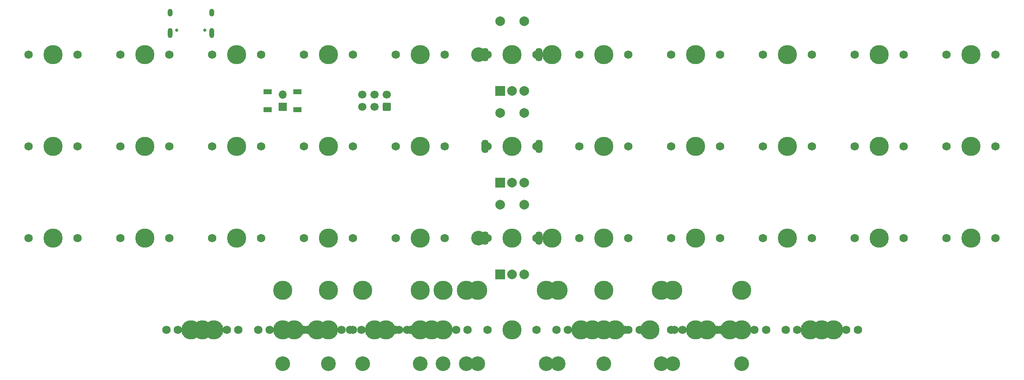
<source format=gts>
%TF.GenerationSoftware,KiCad,Pcbnew,(6.0.5)*%
%TF.CreationDate,2022-06-12T21:41:47-04:00*%
%TF.ProjectId,vault35_ortho-rounded,7661756c-7433-4355-9f6f-7274686f2d72,rev?*%
%TF.SameCoordinates,Original*%
%TF.FileFunction,Soldermask,Top*%
%TF.FilePolarity,Negative*%
%FSLAX46Y46*%
G04 Gerber Fmt 4.6, Leading zero omitted, Abs format (unit mm)*
G04 Created by KiCad (PCBNEW (6.0.5)) date 2022-06-12 21:41:47*
%MOMM*%
%LPD*%
G01*
G04 APERTURE LIST*
G04 Aperture macros list*
%AMRoundRect*
0 Rectangle with rounded corners*
0 $1 Rounding radius*
0 $2 $3 $4 $5 $6 $7 $8 $9 X,Y pos of 4 corners*
0 Add a 4 corners polygon primitive as box body*
4,1,4,$2,$3,$4,$5,$6,$7,$8,$9,$2,$3,0*
0 Add four circle primitives for the rounded corners*
1,1,$1+$1,$2,$3*
1,1,$1+$1,$4,$5*
1,1,$1+$1,$6,$7*
1,1,$1+$1,$8,$9*
0 Add four rect primitives between the rounded corners*
20,1,$1+$1,$2,$3,$4,$5,0*
20,1,$1+$1,$4,$5,$6,$7,0*
20,1,$1+$1,$6,$7,$8,$9,0*
20,1,$1+$1,$8,$9,$2,$3,0*%
G04 Aperture macros list end*
%ADD10C,1.750000*%
%ADD11C,3.987800*%
%ADD12R,1.700000X1.700000*%
%ADD13O,1.700000X1.700000*%
%ADD14C,3.048000*%
%ADD15O,1.500000X2.800000*%
%ADD16R,2.000000X2.000000*%
%ADD17C,2.000000*%
%ADD18R,1.800000X1.100000*%
%ADD19C,0.650000*%
%ADD20O,1.000000X1.600000*%
%ADD21O,1.000000X2.100000*%
%ADD22RoundRect,0.250000X0.600000X-0.600000X0.600000X0.600000X-0.600000X0.600000X-0.600000X-0.600000X0*%
%ADD23C,1.700000*%
G04 APERTURE END LIST*
D10*
%TO.C,K_SPACE4*%
X124142500Y-65881250D03*
X113982500Y-65881250D03*
D11*
X119062500Y-65881250D03*
%TD*%
D10*
%TO.C,K_SPACE17*%
X152082500Y-84931250D03*
X162242500Y-84931250D03*
D11*
X157162500Y-84931250D03*
%TD*%
D10*
%TO.C,K_SPACE30*%
X200342500Y-103981250D03*
X190182500Y-103981250D03*
D11*
X195262500Y-103981250D03*
%TD*%
D12*
%TO.C,SW5*%
X109537501Y-76676250D03*
D13*
X109537501Y-74136250D03*
%TD*%
D10*
%TO.C,K_SPACE54*%
X121761250Y-123031250D03*
D11*
X116681250Y-123031250D03*
D10*
X111601250Y-123031250D03*
%TD*%
D11*
%TO.C,K_SPACE41*%
X90487500Y-123031250D03*
D10*
X95567500Y-123031250D03*
X85407500Y-123031250D03*
%TD*%
%TO.C,K_SPACE51*%
X178911250Y-123031250D03*
X168751250Y-123031250D03*
D11*
X173831250Y-123031250D03*
%TD*%
%TO.C,K_SPACE43*%
X138112500Y-123031250D03*
D14*
X126206250Y-130016250D03*
D10*
X143192500Y-123031250D03*
D11*
X150018750Y-114776250D03*
D14*
X150018750Y-130016250D03*
D11*
X126206250Y-114776250D03*
D10*
X133032500Y-123031250D03*
%TD*%
%TO.C,K_SPACE45*%
X199707500Y-123031250D03*
X209867500Y-123031250D03*
D11*
X204787500Y-123031250D03*
%TD*%
D10*
%TO.C,K_SPACE9*%
X219392500Y-65881250D03*
X209232500Y-65881250D03*
D11*
X214312500Y-65881250D03*
%TD*%
D10*
%TO.C,K_SPACE21*%
X238442500Y-84931250D03*
D11*
X233362500Y-84931250D03*
D10*
X228282500Y-84931250D03*
%TD*%
%TO.C,K_SPACE33*%
X247332500Y-103981250D03*
X257492500Y-103981250D03*
D11*
X252412500Y-103981250D03*
%TD*%
%TO.C,K_SPACE29*%
X176212500Y-103981250D03*
D10*
X171132500Y-103981250D03*
X181292500Y-103981250D03*
%TD*%
%TO.C,K_SPACE37*%
X162242500Y-123031250D03*
D11*
X157162500Y-123031250D03*
D10*
X152082500Y-123031250D03*
%TD*%
%TO.C,K_SPACE15*%
X124142500Y-84931250D03*
D11*
X119062500Y-84931250D03*
D10*
X113982500Y-84931250D03*
%TD*%
D11*
%TO.C,REF\u002A\u002A*%
X165417500Y-103981250D03*
X165417500Y-65881250D03*
D14*
X150177500Y-103981250D03*
X150177500Y-65881250D03*
%TD*%
D10*
%TO.C,K_SPACE28*%
X162242500Y-103981250D03*
X152082500Y-103981250D03*
D11*
X157162500Y-103981250D03*
%TD*%
D10*
%TO.C,K_SPACE50*%
X145573750Y-123031250D03*
D11*
X140493750Y-123031250D03*
D10*
X135413750Y-123031250D03*
%TD*%
%TO.C,K_SPACE55*%
X192563750Y-123031250D03*
D11*
X197643750Y-123031250D03*
D10*
X202723750Y-123031250D03*
%TD*%
%TO.C,K_SPACE39*%
X200342500Y-123031250D03*
D11*
X195262500Y-123031250D03*
D10*
X190182500Y-123031250D03*
%TD*%
%TO.C,K_SPACE10*%
X238442500Y-65881250D03*
X228282500Y-65881250D03*
D11*
X233362500Y-65881250D03*
%TD*%
%TO.C,K_SPACE60*%
X142875000Y-123031250D03*
D10*
X137795000Y-123031250D03*
X147955000Y-123031250D03*
%TD*%
D11*
%TO.C,K_SPACE2*%
X80962500Y-65881250D03*
D10*
X86042500Y-65881250D03*
X75882500Y-65881250D03*
%TD*%
%TO.C,K_SPACE53*%
X87788750Y-123031250D03*
D11*
X92868750Y-123031250D03*
D10*
X97948750Y-123031250D03*
%TD*%
%TO.C,K_SPACE14*%
X105092500Y-84931250D03*
X94932500Y-84931250D03*
D11*
X100012500Y-84931250D03*
%TD*%
%TO.C,K_SPACE32*%
X233362500Y-103981250D03*
D10*
X228282500Y-103981250D03*
X238442500Y-103981250D03*
%TD*%
%TO.C,K_SPACE47*%
X125888750Y-123031250D03*
D11*
X142875000Y-114776250D03*
D10*
X136048750Y-123031250D03*
D14*
X119062500Y-130016250D03*
D11*
X119062500Y-114776250D03*
X130968750Y-123031250D03*
D14*
X142875000Y-130016250D03*
%TD*%
%TO.C,K_SPACE59*%
X176212500Y-130016250D03*
D11*
X138112500Y-114776250D03*
D10*
X162242500Y-123031250D03*
D11*
X157162500Y-123031250D03*
X176212500Y-114776250D03*
D14*
X138112500Y-130016250D03*
D10*
X152082500Y-123031250D03*
%TD*%
D15*
%TO.C,SW2*%
X151562500Y-65837186D03*
X162762500Y-65874486D03*
D16*
X154662500Y-73374486D03*
D17*
X159662500Y-73374486D03*
X157162500Y-73374486D03*
X159662500Y-58874486D03*
X154662500Y-58874486D03*
%TD*%
D15*
%TO.C,SW3*%
X162762500Y-84928031D03*
X151562500Y-84890731D03*
D16*
X154662500Y-92428031D03*
D17*
X159662500Y-92428031D03*
X157162500Y-92428031D03*
X159662500Y-77928031D03*
X154662500Y-77928031D03*
%TD*%
D18*
%TO.C,SW6*%
X106437501Y-77256249D03*
X112637501Y-77256249D03*
X106437501Y-73556249D03*
X112637501Y-73556249D03*
%TD*%
D10*
%TO.C,K_SPACE26*%
X124142500Y-103981250D03*
X113982500Y-103981250D03*
D11*
X119062500Y-103981250D03*
%TD*%
%TO.C,K_SPACE36*%
X138112500Y-123031250D03*
D10*
X143192500Y-123031250D03*
X133032500Y-123031250D03*
%TD*%
D14*
%TO.C,K_SPACE58*%
X166687500Y-130016250D03*
D11*
X204787500Y-114776250D03*
D10*
X190817500Y-123031250D03*
D14*
X204787500Y-130016250D03*
D11*
X166687500Y-114776250D03*
D10*
X180657500Y-123031250D03*
D11*
X185737500Y-123031250D03*
%TD*%
D15*
%TO.C,SW4*%
X162762500Y-103977198D03*
X151562500Y-103939898D03*
D16*
X154662500Y-111477198D03*
D17*
X159662500Y-111477198D03*
X157162500Y-111477198D03*
X159662500Y-96977198D03*
X154662500Y-96977198D03*
%TD*%
D10*
%TO.C,K_SPACE34*%
X90170000Y-123031250D03*
D11*
X95250000Y-123031250D03*
D10*
X100330000Y-123031250D03*
%TD*%
%TO.C,K_SPACE25*%
X94932500Y-103981250D03*
X105092500Y-103981250D03*
D11*
X100012500Y-103981250D03*
%TD*%
D10*
%TO.C,K_SPACE38*%
X181292500Y-123031250D03*
D11*
X176212500Y-123031250D03*
D10*
X171132500Y-123031250D03*
%TD*%
%TO.C,K_SPACE52*%
X197326250Y-123031250D03*
X207486250Y-123031250D03*
D11*
X202406250Y-123031250D03*
%TD*%
D10*
%TO.C,K_SPACE8*%
X190182500Y-65881250D03*
D11*
X195262500Y-65881250D03*
D10*
X200342500Y-65881250D03*
%TD*%
D11*
%TO.C,K_SPACE57*%
X109537500Y-114776250D03*
D10*
X133667500Y-123031250D03*
D14*
X147637500Y-130016250D03*
D11*
X147637500Y-114776250D03*
D10*
X123507500Y-123031250D03*
D11*
X128587500Y-123031250D03*
D14*
X109537500Y-130016250D03*
%TD*%
D10*
%TO.C,K_SPACE44*%
X181292500Y-123031250D03*
X171132500Y-123031250D03*
D11*
X188118750Y-114776250D03*
X164306250Y-114776250D03*
D14*
X188118750Y-130016250D03*
D11*
X176212500Y-123031250D03*
D14*
X164306250Y-130016250D03*
%TD*%
D10*
%TO.C,K_SPACE35*%
X113982500Y-123031250D03*
X124142500Y-123031250D03*
D11*
X119062500Y-123031250D03*
%TD*%
D10*
%TO.C,K_SPACE20*%
X209232500Y-84931250D03*
X219392500Y-84931250D03*
D11*
X214312500Y-84931250D03*
%TD*%
D10*
%TO.C,K_SPACE46*%
X228917500Y-123031250D03*
D11*
X223837500Y-123031250D03*
D10*
X218757500Y-123031250D03*
%TD*%
D11*
%TO.C,K_SPACE11*%
X252412500Y-65881250D03*
D10*
X257492500Y-65881250D03*
X247332500Y-65881250D03*
%TD*%
%TO.C,K_SPACE56*%
X216376250Y-123031250D03*
X226536250Y-123031250D03*
D11*
X221456250Y-123031250D03*
%TD*%
%TO.C,K_SPACE19*%
X195262500Y-84931250D03*
D10*
X190182500Y-84931250D03*
X200342500Y-84931250D03*
%TD*%
%TO.C,K_SPACE23*%
X56832500Y-103981250D03*
X66992500Y-103981250D03*
D11*
X61912500Y-103981250D03*
%TD*%
D10*
%TO.C,K_SPACE16*%
X143192500Y-84931250D03*
X133032500Y-84931250D03*
D11*
X138112500Y-84931250D03*
%TD*%
D10*
%TO.C,K_SPACE12*%
X66992500Y-84931250D03*
D11*
X61912500Y-84931250D03*
D10*
X56832500Y-84931250D03*
%TD*%
%TO.C,K_SPACE22*%
X257492500Y-84931250D03*
X247332500Y-84931250D03*
D11*
X252412500Y-84931250D03*
%TD*%
D10*
%TO.C,K_SPACE61*%
X176530000Y-123031250D03*
D11*
X171450000Y-123031250D03*
D10*
X166370000Y-123031250D03*
%TD*%
%TO.C,K_SPACE49*%
X116998750Y-123031250D03*
X106838750Y-123031250D03*
D11*
X111918750Y-123031250D03*
%TD*%
D10*
%TO.C,K_SPACE3*%
X94932500Y-65881250D03*
D11*
X100012500Y-65881250D03*
D10*
X105092500Y-65881250D03*
%TD*%
D11*
%TO.C,K_SPACE7*%
X176212500Y-65881250D03*
D10*
X171132500Y-65881250D03*
X181292500Y-65881250D03*
%TD*%
D14*
%TO.C,K_SPACE48*%
X166687500Y-130016250D03*
D10*
X183673750Y-123031250D03*
D14*
X190500000Y-130016250D03*
D11*
X166687500Y-114776250D03*
X190500000Y-114776250D03*
X178593750Y-123031250D03*
D10*
X173513750Y-123031250D03*
%TD*%
%TO.C,K_SPACE6*%
X152082500Y-65881250D03*
D11*
X157162500Y-65881250D03*
D10*
X162242500Y-65881250D03*
%TD*%
%TO.C,K_SPACE5*%
X133032500Y-65881250D03*
X143192500Y-65881250D03*
D11*
X138112500Y-65881250D03*
%TD*%
D10*
%TO.C,K_SPACE40*%
X224155000Y-123031250D03*
D11*
X219075000Y-123031250D03*
D10*
X213995000Y-123031250D03*
%TD*%
%TO.C,K_SPACE27*%
X143192500Y-103981250D03*
D11*
X138112500Y-103981250D03*
D10*
X133032500Y-103981250D03*
%TD*%
D11*
%TO.C,K_SPACE24*%
X80962500Y-103981250D03*
D10*
X75882500Y-103981250D03*
X86042500Y-103981250D03*
%TD*%
%TO.C,K_SPACE18*%
X171132500Y-84931250D03*
D11*
X176212500Y-84931250D03*
D10*
X181292500Y-84931250D03*
%TD*%
D11*
%TO.C,K_SPACE31*%
X214312500Y-103981250D03*
D10*
X219392500Y-103981250D03*
X209232500Y-103981250D03*
%TD*%
%TO.C,K_SPACE1*%
X66992500Y-65881250D03*
D11*
X61912500Y-65881250D03*
D10*
X56832500Y-65881250D03*
%TD*%
%TO.C,K_SPACE42*%
X114617500Y-123031250D03*
X104457500Y-123031250D03*
D11*
X109537500Y-123031250D03*
%TD*%
%TO.C,K_SPACE13*%
X80962500Y-84931250D03*
D10*
X86042500Y-84931250D03*
X75882500Y-84931250D03*
%TD*%
D19*
%TO.C,USB1*%
X87597500Y-60798938D03*
X93377500Y-60798938D03*
D20*
X94807500Y-57148938D03*
D21*
X94807500Y-61328938D03*
D20*
X86167500Y-57148938D03*
D21*
X86167500Y-61328938D03*
%TD*%
D22*
%TO.C,J1*%
X131132500Y-76684856D03*
D23*
X131132500Y-74144856D03*
X128592500Y-76684856D03*
X128592500Y-74144856D03*
X126052500Y-76684856D03*
X126052500Y-74144856D03*
%TD*%
M02*

</source>
